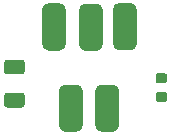
<source format=gtp>
%TF.GenerationSoftware,KiCad,Pcbnew,(5.1.6)-1*%
%TF.CreationDate,2020-06-08T02:26:39-04:00*%
%TF.ProjectId,ANALOG_STICK_BREAKOUT,414e414c-4f47-45f5-9354-49434b5f4252,rev?*%
%TF.SameCoordinates,Original*%
%TF.FileFunction,Paste,Top*%
%TF.FilePolarity,Positive*%
%FSLAX46Y46*%
G04 Gerber Fmt 4.6, Leading zero omitted, Abs format (unit mm)*
G04 Created by KiCad (PCBNEW (5.1.6)-1) date 2020-06-08 02:26:39*
%MOMM*%
%LPD*%
G01*
G04 APERTURE LIST*
G04 APERTURE END LIST*
%TO.C,J6*%
G36*
G01*
X106000000Y-81623200D02*
X106000000Y-78623200D01*
G75*
G02*
X106500000Y-78123200I500000J0D01*
G01*
X107500000Y-78123200D01*
G75*
G02*
X108000000Y-78623200I0J-500000D01*
G01*
X108000000Y-81623200D01*
G75*
G02*
X107500000Y-82123200I-500000J0D01*
G01*
X106500000Y-82123200D01*
G75*
G02*
X106000000Y-81623200I0J500000D01*
G01*
G37*
%TD*%
%TO.C,J5*%
G36*
G01*
X112498600Y-85500000D02*
X112498600Y-88500000D01*
G75*
G02*
X111998600Y-89000000I-500000J0D01*
G01*
X110998600Y-89000000D01*
G75*
G02*
X110498600Y-88500000I0J500000D01*
G01*
X110498600Y-85500000D01*
G75*
G02*
X110998600Y-85000000I500000J0D01*
G01*
X111998600Y-85000000D01*
G75*
G02*
X112498600Y-85500000I0J-500000D01*
G01*
G37*
%TD*%
%TO.C,J4*%
G36*
G01*
X109425200Y-85500000D02*
X109425200Y-88500000D01*
G75*
G02*
X108925200Y-89000000I-500000J0D01*
G01*
X107925200Y-89000000D01*
G75*
G02*
X107425200Y-88500000I0J500000D01*
G01*
X107425200Y-85500000D01*
G75*
G02*
X107925200Y-85000000I500000J0D01*
G01*
X108925200Y-85000000D01*
G75*
G02*
X109425200Y-85500000I0J-500000D01*
G01*
G37*
%TD*%
%TO.C,J3*%
G36*
G01*
X109127000Y-81648600D02*
X109127000Y-78648600D01*
G75*
G02*
X109627000Y-78148600I500000J0D01*
G01*
X110627000Y-78148600D01*
G75*
G02*
X111127000Y-78648600I0J-500000D01*
G01*
X111127000Y-81648600D01*
G75*
G02*
X110627000Y-82148600I-500000J0D01*
G01*
X109627000Y-82148600D01*
G75*
G02*
X109127000Y-81648600I0J500000D01*
G01*
G37*
%TD*%
%TO.C,J2*%
G36*
G01*
X112000000Y-81597800D02*
X112000000Y-78597800D01*
G75*
G02*
X112500000Y-78097800I500000J0D01*
G01*
X113500000Y-78097800D01*
G75*
G02*
X114000000Y-78597800I0J-500000D01*
G01*
X114000000Y-81597800D01*
G75*
G02*
X113500000Y-82097800I-500000J0D01*
G01*
X112500000Y-82097800D01*
G75*
G02*
X112000000Y-81597800I0J500000D01*
G01*
G37*
%TD*%
%TO.C,R1*%
G36*
G01*
X115839750Y-85604000D02*
X116352250Y-85604000D01*
G75*
G02*
X116571000Y-85822750I0J-218750D01*
G01*
X116571000Y-86260250D01*
G75*
G02*
X116352250Y-86479000I-218750J0D01*
G01*
X115839750Y-86479000D01*
G75*
G02*
X115621000Y-86260250I0J218750D01*
G01*
X115621000Y-85822750D01*
G75*
G02*
X115839750Y-85604000I218750J0D01*
G01*
G37*
G36*
G01*
X115839750Y-84029000D02*
X116352250Y-84029000D01*
G75*
G02*
X116571000Y-84247750I0J-218750D01*
G01*
X116571000Y-84685250D01*
G75*
G02*
X116352250Y-84904000I-218750J0D01*
G01*
X115839750Y-84904000D01*
G75*
G02*
X115621000Y-84685250I0J218750D01*
G01*
X115621000Y-84247750D01*
G75*
G02*
X115839750Y-84029000I218750J0D01*
G01*
G37*
%TD*%
%TO.C,C1*%
G36*
G01*
X103025000Y-85698800D02*
X104275000Y-85698800D01*
G75*
G02*
X104525000Y-85948800I0J-250000D01*
G01*
X104525000Y-86698800D01*
G75*
G02*
X104275000Y-86948800I-250000J0D01*
G01*
X103025000Y-86948800D01*
G75*
G02*
X102775000Y-86698800I0J250000D01*
G01*
X102775000Y-85948800D01*
G75*
G02*
X103025000Y-85698800I250000J0D01*
G01*
G37*
G36*
G01*
X103025000Y-82898800D02*
X104275000Y-82898800D01*
G75*
G02*
X104525000Y-83148800I0J-250000D01*
G01*
X104525000Y-83898800D01*
G75*
G02*
X104275000Y-84148800I-250000J0D01*
G01*
X103025000Y-84148800D01*
G75*
G02*
X102775000Y-83898800I0J250000D01*
G01*
X102775000Y-83148800D01*
G75*
G02*
X103025000Y-82898800I250000J0D01*
G01*
G37*
%TD*%
M02*

</source>
